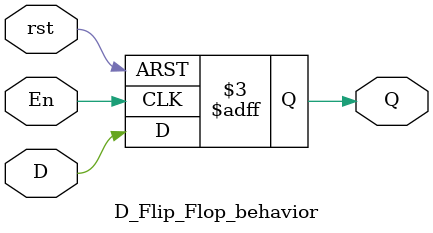
<source format=v>
module D_Flip_Flop_behavior(output reg Q, input D, En, rst);

always @ (posedge En, negedge rst)
begin
	if(!rst)
		Q <= 1'b0;
	else
		Q <= D;
end

endmodule

</source>
